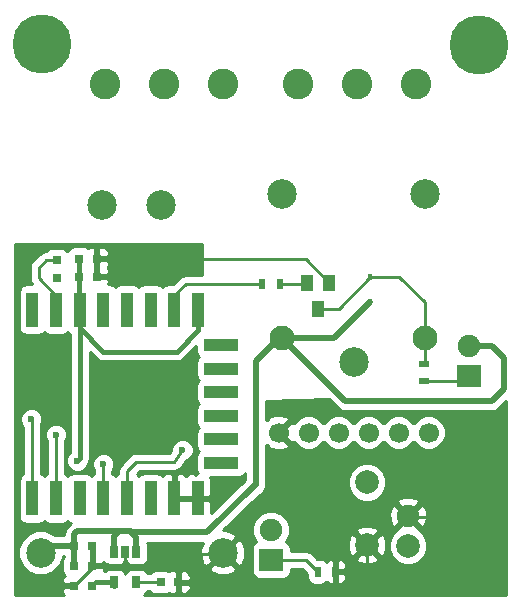
<source format=gbr>
G04 #@! TF.FileFunction,Copper,L2,Bot,Signal*
%FSLAX46Y46*%
G04 Gerber Fmt 4.6, Leading zero omitted, Abs format (unit mm)*
G04 Created by KiCad (PCBNEW 4.0.3-stable) date 05/03/17 00:29:37*
%MOMM*%
%LPD*%
G01*
G04 APERTURE LIST*
%ADD10C,0.152400*%
%ADD11R,0.800000X0.750000*%
%ADD12C,2.600000*%
%ADD13R,0.750000X0.800000*%
%ADD14R,2.000000X1.900000*%
%ADD15C,1.900000*%
%ADD16C,1.700000*%
%ADD17R,1.000000X1.400000*%
%ADD18R,0.900000X0.500000*%
%ADD19R,0.500000X0.900000*%
%ADD20C,2.100000*%
%ADD21C,2.500000*%
%ADD22R,0.690000X0.990000*%
%ADD23C,2.000000*%
%ADD24R,3.000000X1.000000*%
%ADD25R,1.000000X3.000000*%
%ADD26R,0.450000X0.600000*%
%ADD27C,5.000000*%
%ADD28C,0.600000*%
%ADD29C,0.500000*%
%ADD30C,0.250000*%
%ADD31C,0.400000*%
%ADD32C,0.254000*%
G04 APERTURE END LIST*
D10*
D11*
X107050000Y-96700000D03*
X108550000Y-96700000D03*
D12*
X119600000Y-57600000D03*
X114600000Y-57600000D03*
X109600000Y-57600000D03*
D11*
X107050000Y-98400000D03*
X108550000Y-98400000D03*
X108550000Y-100100000D03*
X107050000Y-100100000D03*
X114350000Y-99800000D03*
X115850000Y-99800000D03*
D13*
X105537000Y-72529000D03*
X105537000Y-74029000D03*
D11*
X107454000Y-73914000D03*
X108954000Y-73914000D03*
X107454000Y-72390000D03*
X108954000Y-72390000D03*
D14*
X140462000Y-82296000D03*
D15*
X140462000Y-79756000D03*
D14*
X123700000Y-97900000D03*
D15*
X123700000Y-95360000D03*
D12*
X126000000Y-57600000D03*
X131000000Y-57600000D03*
X136000000Y-57600000D03*
D16*
X124333000Y-87122000D03*
X126873000Y-87122000D03*
X129413000Y-87122000D03*
X131953000Y-87122000D03*
X134493000Y-87122000D03*
X137033000Y-87122000D03*
D17*
X126746000Y-74422000D03*
X128646000Y-74422000D03*
X127696000Y-76622000D03*
D18*
X136652000Y-82792000D03*
X136652000Y-81292000D03*
D19*
X124448000Y-74549000D03*
X122948000Y-74549000D03*
X127650000Y-98900000D03*
X129150000Y-98900000D03*
D20*
X124658000Y-79121000D03*
X136708000Y-79121000D03*
D21*
X130683000Y-81171000D03*
X124658000Y-66921000D03*
X136708000Y-66921000D03*
D22*
X110400000Y-97200000D03*
X111350000Y-97200000D03*
X112300000Y-97200000D03*
X112300000Y-99790000D03*
X110400000Y-99790000D03*
D23*
X131826000Y-96647000D03*
X131826000Y-91347000D03*
D24*
X119499000Y-79708000D03*
X119499000Y-81708000D03*
X119499000Y-83708000D03*
X119499000Y-85708000D03*
X119499000Y-87708000D03*
X119499000Y-89708000D03*
D25*
X117499000Y-92708000D03*
X115499000Y-92708000D03*
X113499000Y-92708000D03*
X111499000Y-92708000D03*
X109499000Y-92708000D03*
X107499000Y-92708000D03*
X105499000Y-92708000D03*
X103499000Y-92708000D03*
X117499000Y-76708000D03*
X115499000Y-76708000D03*
X113499000Y-76708000D03*
X111499000Y-76708000D03*
X109499000Y-76708000D03*
X107499000Y-76708000D03*
X105499000Y-76708000D03*
X103499000Y-76708000D03*
D23*
X135300000Y-96700000D03*
D15*
X135300000Y-94160000D03*
D21*
X114400000Y-67900000D03*
X109400000Y-67900000D03*
X119600000Y-97300000D03*
X104200000Y-97300000D03*
D26*
X132080000Y-73973000D03*
X132080000Y-76073000D03*
D27*
X104300000Y-54200000D03*
X141300000Y-54300000D03*
D28*
X111100000Y-72400000D03*
X138600000Y-99800000D03*
X140300000Y-92600000D03*
X115900000Y-97400000D03*
X104900000Y-100100000D03*
X108600000Y-98400000D03*
X125900000Y-92000000D03*
X107300000Y-89500000D03*
X108550000Y-100100000D03*
X105537000Y-74029000D03*
X109500000Y-89800000D03*
X105500000Y-87300000D03*
X103400000Y-86000000D03*
X116200000Y-88600000D03*
D29*
X140462000Y-79756000D02*
X142367000Y-79756000D01*
X142367000Y-84455000D02*
X129992000Y-84455000D01*
X129992000Y-84455000D02*
X124658000Y-79121000D01*
X143383000Y-83439000D02*
X142367000Y-84455000D01*
X143383000Y-80772000D02*
X143383000Y-83439000D01*
X142367000Y-79756000D02*
X143383000Y-80772000D01*
X107050000Y-98400000D02*
X107050000Y-96700000D01*
X107050000Y-96700000D02*
X107050000Y-95750000D01*
X107300000Y-95500000D02*
X110800000Y-95500000D01*
X107050000Y-95750000D02*
X107300000Y-95500000D01*
X107050000Y-96700000D02*
X104800000Y-96700000D01*
X104800000Y-96700000D02*
X104200000Y-97300000D01*
X111850000Y-95550000D02*
X118250000Y-95550000D01*
X122400000Y-81100000D02*
X122400000Y-91600000D01*
X124379000Y-79121000D02*
X122400000Y-81100000D01*
X118250000Y-95550000D02*
X122400000Y-91500000D01*
X122400000Y-91500000D02*
X122300000Y-91600000D01*
X122300000Y-91600000D02*
X122400000Y-91600000D01*
X124658000Y-79121000D02*
X124379000Y-79121000D01*
X110400000Y-97200000D02*
X110400000Y-95900000D01*
X110400000Y-95900000D02*
X110800000Y-95500000D01*
X112300000Y-96000000D02*
X112300000Y-97200000D01*
X111800000Y-95500000D02*
X111850000Y-95550000D01*
X110800000Y-95500000D02*
X111800000Y-95500000D01*
X111850000Y-95550000D02*
X112300000Y-96000000D01*
X104200000Y-97300000D02*
X104200000Y-97200000D01*
X124658000Y-79121000D02*
X129032000Y-79121000D01*
X129032000Y-79121000D02*
X132080000Y-76073000D01*
D30*
X140970000Y-79756000D02*
X140462000Y-79756000D01*
X111100000Y-72400000D02*
X126624000Y-72400000D01*
X111090000Y-72390000D02*
X111100000Y-72400000D01*
X108954000Y-72390000D02*
X111090000Y-72390000D01*
X126624000Y-72400000D02*
X128646000Y-74422000D01*
X131826000Y-96647000D02*
X131826000Y-98326000D01*
X138500000Y-99900000D02*
X138600000Y-99800000D01*
X133200000Y-99700000D02*
X138500000Y-99900000D01*
X131826000Y-98326000D02*
X133200000Y-99700000D01*
X135300000Y-94260000D02*
X138640000Y-94260000D01*
X138640000Y-94260000D02*
X140300000Y-92600000D01*
X108550000Y-98400000D02*
X111500000Y-98400000D01*
X111500000Y-98400000D02*
X111600000Y-98500000D01*
X108550000Y-98400000D02*
X108550000Y-98600000D01*
X108550000Y-98600000D02*
X107050000Y-100100000D01*
X115900000Y-97400000D02*
X119500000Y-97400000D01*
X111600000Y-98500000D02*
X114800000Y-98500000D01*
X114800000Y-98500000D02*
X115900000Y-97400000D01*
X119500000Y-97400000D02*
X119600000Y-97300000D01*
X108550000Y-98400000D02*
X108550000Y-96700000D01*
X111350000Y-97200000D02*
X111350000Y-98250000D01*
X111350000Y-98250000D02*
X111600000Y-98500000D01*
X115850000Y-97450000D02*
X115900000Y-97400000D01*
X115850000Y-97450000D02*
X115850000Y-99800000D01*
X107050000Y-100100000D02*
X104900000Y-100100000D01*
X108600000Y-98400000D02*
X108550000Y-98400000D01*
X108954000Y-73914000D02*
X108954000Y-72390000D01*
D31*
X107300000Y-89500000D02*
X107499000Y-89301000D01*
X107499000Y-76708000D02*
X107499000Y-89301000D01*
X110400000Y-99790000D02*
X110400000Y-100100000D01*
X110400000Y-99790000D02*
X108860000Y-99790000D01*
X107499000Y-76708000D02*
X107499000Y-78289000D01*
X107499000Y-78289000D02*
X109474000Y-80264000D01*
X109474000Y-80264000D02*
X109500000Y-80264000D01*
X117499000Y-78462000D02*
X117499000Y-76708000D01*
X114700000Y-80264000D02*
X115697000Y-80264000D01*
X109500000Y-80264000D02*
X114700000Y-80264000D01*
X115697000Y-80264000D02*
X117499000Y-78462000D01*
X107454000Y-73914000D02*
X107454000Y-76663000D01*
X107454000Y-76663000D02*
X107499000Y-76708000D01*
X107454000Y-73914000D02*
X107454000Y-72390000D01*
D30*
X107499000Y-73959000D02*
X107454000Y-73914000D01*
X105499000Y-76708000D02*
X105499000Y-75527000D01*
X105499000Y-75527000D02*
X104013000Y-74041000D01*
X104013000Y-74041000D02*
X104013000Y-73152000D01*
X104013000Y-73152000D02*
X104636000Y-72529000D01*
X104636000Y-72529000D02*
X105537000Y-72529000D01*
X105537000Y-74063000D02*
X105537000Y-74029000D01*
X132080000Y-73973000D02*
X134573000Y-73973000D01*
X136708000Y-76108000D02*
X136708000Y-79121000D01*
X134573000Y-73973000D02*
X136708000Y-76108000D01*
X127696000Y-76622000D02*
X129431000Y-76622000D01*
X129431000Y-76622000D02*
X132080000Y-73973000D01*
X136708000Y-79121000D02*
X136708000Y-81236000D01*
X136708000Y-81236000D02*
X136652000Y-81292000D01*
X136708000Y-78923000D02*
X136708000Y-79121000D01*
X135890000Y-79121000D02*
X136708000Y-79121000D01*
X136652000Y-82792000D02*
X139966000Y-82792000D01*
X139966000Y-82792000D02*
X140462000Y-82296000D01*
X123700000Y-97900000D02*
X126650000Y-97900000D01*
X126650000Y-97900000D02*
X127650000Y-98900000D01*
X109499000Y-92708000D02*
X109499000Y-89801000D01*
X109499000Y-89801000D02*
X109500000Y-89800000D01*
X105499000Y-87301000D02*
X105499000Y-92708000D01*
X105500000Y-87300000D02*
X105499000Y-87301000D01*
X105537000Y-92710000D02*
X105535000Y-92708000D01*
X105535000Y-92708000D02*
X105499000Y-92708000D01*
X103499000Y-86099000D02*
X103499000Y-92708000D01*
X103400000Y-86000000D02*
X103499000Y-86099000D01*
X124448000Y-74549000D02*
X126619000Y-74549000D01*
X126619000Y-74549000D02*
X126746000Y-74422000D01*
X111499000Y-90401000D02*
X111499000Y-92708000D01*
X112300000Y-89600000D02*
X111499000Y-90401000D01*
X115500000Y-89600000D02*
X112300000Y-89600000D01*
X116200000Y-88600000D02*
X115500000Y-89600000D01*
X115499000Y-76708000D02*
X115499000Y-75509000D01*
X115499000Y-75509000D02*
X116459000Y-74549000D01*
X116459000Y-74549000D02*
X122948000Y-74549000D01*
X112300000Y-99790000D02*
X114340000Y-99790000D01*
X114340000Y-99790000D02*
X114350000Y-99800000D01*
D32*
G36*
X129366208Y-85080787D02*
X129366210Y-85080790D01*
X129604486Y-85240000D01*
X129653325Y-85272633D01*
X129992000Y-85340001D01*
X129992005Y-85340000D01*
X142366995Y-85340000D01*
X142367000Y-85340001D01*
X142649484Y-85283810D01*
X142705675Y-85272633D01*
X142992790Y-85080790D01*
X142992791Y-85080789D01*
X143615000Y-84458579D01*
X143615000Y-100873000D01*
X112903879Y-100873000D01*
X113096441Y-100749090D01*
X113232473Y-100550000D01*
X113436722Y-100550000D01*
X113485910Y-100626441D01*
X113698110Y-100771431D01*
X113950000Y-100822440D01*
X114750000Y-100822440D01*
X114985317Y-100778162D01*
X115088646Y-100711671D01*
X115090302Y-100713327D01*
X115323691Y-100810000D01*
X115564250Y-100810000D01*
X115723000Y-100651250D01*
X115723000Y-99927000D01*
X115977000Y-99927000D01*
X115977000Y-100651250D01*
X116135750Y-100810000D01*
X116376309Y-100810000D01*
X116609698Y-100713327D01*
X116788327Y-100534699D01*
X116885000Y-100301310D01*
X116885000Y-100085750D01*
X116726250Y-99927000D01*
X115977000Y-99927000D01*
X115723000Y-99927000D01*
X115703000Y-99927000D01*
X115703000Y-99673000D01*
X115723000Y-99673000D01*
X115723000Y-98948750D01*
X115977000Y-98948750D01*
X115977000Y-99673000D01*
X116726250Y-99673000D01*
X116885000Y-99514250D01*
X116885000Y-99298690D01*
X116788327Y-99065301D01*
X116609698Y-98886673D01*
X116376309Y-98790000D01*
X116135750Y-98790000D01*
X115977000Y-98948750D01*
X115723000Y-98948750D01*
X115564250Y-98790000D01*
X115323691Y-98790000D01*
X115090302Y-98886673D01*
X115088932Y-98888043D01*
X115001890Y-98828569D01*
X114750000Y-98777560D01*
X113950000Y-98777560D01*
X113714683Y-98821838D01*
X113498559Y-98960910D01*
X113451352Y-99030000D01*
X113229062Y-99030000D01*
X113109090Y-98843559D01*
X112896890Y-98698569D01*
X112645000Y-98647560D01*
X111955000Y-98647560D01*
X111719683Y-98691838D01*
X111503559Y-98830910D01*
X111358569Y-99043110D01*
X111351558Y-99077731D01*
X111348162Y-99059683D01*
X111209090Y-98843559D01*
X110996890Y-98698569D01*
X110745000Y-98647560D01*
X110055000Y-98647560D01*
X109819683Y-98691838D01*
X109603559Y-98830910D01*
X109585000Y-98858072D01*
X109585000Y-98685750D01*
X109532570Y-98633320D01*
X118446285Y-98633320D01*
X118575533Y-98926123D01*
X119275806Y-99194388D01*
X120025435Y-99174250D01*
X120624467Y-98926123D01*
X120753715Y-98633320D01*
X119600000Y-97479605D01*
X118446285Y-98633320D01*
X109532570Y-98633320D01*
X109426250Y-98527000D01*
X108677000Y-98527000D01*
X108677000Y-98547000D01*
X108423000Y-98547000D01*
X108423000Y-98527000D01*
X108403000Y-98527000D01*
X108403000Y-98273000D01*
X108423000Y-98273000D01*
X108423000Y-96827000D01*
X108403000Y-96827000D01*
X108403000Y-96573000D01*
X108423000Y-96573000D01*
X108423000Y-96553000D01*
X108677000Y-96553000D01*
X108677000Y-96573000D01*
X108697000Y-96573000D01*
X108697000Y-96827000D01*
X108677000Y-96827000D01*
X108677000Y-98273000D01*
X109426250Y-98273000D01*
X109575992Y-98123258D01*
X109590910Y-98146441D01*
X109803110Y-98291431D01*
X110055000Y-98342440D01*
X110745000Y-98342440D01*
X110857582Y-98321256D01*
X110878691Y-98330000D01*
X111064250Y-98330000D01*
X111223000Y-98171250D01*
X111223000Y-98120220D01*
X111341431Y-97946890D01*
X111348442Y-97912269D01*
X111351838Y-97930317D01*
X111477000Y-98124824D01*
X111477000Y-98171250D01*
X111635750Y-98330000D01*
X111821309Y-98330000D01*
X111845036Y-98320172D01*
X111955000Y-98342440D01*
X112645000Y-98342440D01*
X112880317Y-98298162D01*
X113096441Y-98159090D01*
X113241431Y-97946890D01*
X113292440Y-97695000D01*
X113292440Y-96705000D01*
X113248162Y-96469683D01*
X113225844Y-96435000D01*
X117912787Y-96435000D01*
X117705612Y-96975806D01*
X117725750Y-97725435D01*
X117973877Y-98324467D01*
X118266680Y-98453715D01*
X119420395Y-97300000D01*
X119779605Y-97300000D01*
X120933320Y-98453715D01*
X121226123Y-98324467D01*
X121494388Y-97624194D01*
X121476277Y-96950000D01*
X122052560Y-96950000D01*
X122052560Y-98850000D01*
X122096838Y-99085317D01*
X122235910Y-99301441D01*
X122448110Y-99446431D01*
X122700000Y-99497440D01*
X124700000Y-99497440D01*
X124935317Y-99453162D01*
X125151441Y-99314090D01*
X125296431Y-99101890D01*
X125347440Y-98850000D01*
X125347440Y-98660000D01*
X126335198Y-98660000D01*
X126752560Y-99077362D01*
X126752560Y-99350000D01*
X126796838Y-99585317D01*
X126935910Y-99801441D01*
X127148110Y-99946431D01*
X127400000Y-99997440D01*
X127900000Y-99997440D01*
X128135317Y-99953162D01*
X128351441Y-99814090D01*
X128397969Y-99745994D01*
X128540302Y-99888327D01*
X128773691Y-99985000D01*
X128866250Y-99985000D01*
X129025000Y-99826250D01*
X129025000Y-99027000D01*
X129275000Y-99027000D01*
X129275000Y-99826250D01*
X129433750Y-99985000D01*
X129526309Y-99985000D01*
X129759698Y-99888327D01*
X129938327Y-99709699D01*
X130035000Y-99476310D01*
X130035000Y-99185750D01*
X129876250Y-99027000D01*
X129275000Y-99027000D01*
X129025000Y-99027000D01*
X129003000Y-99027000D01*
X129003000Y-98773000D01*
X129025000Y-98773000D01*
X129025000Y-97973750D01*
X129275000Y-97973750D01*
X129275000Y-98773000D01*
X129876250Y-98773000D01*
X130035000Y-98614250D01*
X130035000Y-98323690D01*
X129938327Y-98090301D01*
X129759698Y-97911673D01*
X129526309Y-97815000D01*
X129433750Y-97815000D01*
X129275000Y-97973750D01*
X129025000Y-97973750D01*
X128866250Y-97815000D01*
X128773691Y-97815000D01*
X128540302Y-97911673D01*
X128399064Y-98052910D01*
X128364090Y-97998559D01*
X128151890Y-97853569D01*
X127900000Y-97802560D01*
X127627362Y-97802560D01*
X127624334Y-97799532D01*
X130853073Y-97799532D01*
X130951736Y-98066387D01*
X131561461Y-98292908D01*
X132211460Y-98268856D01*
X132700264Y-98066387D01*
X132798927Y-97799532D01*
X131826000Y-96826605D01*
X130853073Y-97799532D01*
X127624334Y-97799532D01*
X127187401Y-97362599D01*
X126940839Y-97197852D01*
X126650000Y-97140000D01*
X125347440Y-97140000D01*
X125347440Y-96950000D01*
X125303162Y-96714683D01*
X125164090Y-96498559D01*
X124994175Y-96382461D01*
X130180092Y-96382461D01*
X130204144Y-97032460D01*
X130406613Y-97521264D01*
X130673468Y-97619927D01*
X131646395Y-96647000D01*
X132005605Y-96647000D01*
X132978532Y-97619927D01*
X133245387Y-97521264D01*
X133430203Y-97023795D01*
X133664716Y-97023795D01*
X133913106Y-97624943D01*
X134372637Y-98085278D01*
X134973352Y-98334716D01*
X135623795Y-98335284D01*
X136224943Y-98086894D01*
X136685278Y-97627363D01*
X136934716Y-97026648D01*
X136935284Y-96376205D01*
X136686894Y-95775057D01*
X136227363Y-95314722D01*
X136223711Y-95313206D01*
X136236745Y-95276350D01*
X135300000Y-94339605D01*
X134363255Y-95276350D01*
X134376101Y-95312675D01*
X134375057Y-95313106D01*
X133914722Y-95772637D01*
X133665284Y-96373352D01*
X133664716Y-97023795D01*
X133430203Y-97023795D01*
X133471908Y-96911539D01*
X133447856Y-96261540D01*
X133245387Y-95772736D01*
X132978532Y-95674073D01*
X132005605Y-96647000D01*
X131646395Y-96647000D01*
X130673468Y-95674073D01*
X130406613Y-95772736D01*
X130180092Y-96382461D01*
X124994175Y-96382461D01*
X124951890Y-96353569D01*
X124948808Y-96352945D01*
X125042914Y-96259003D01*
X125284724Y-95676659D01*
X125284883Y-95494468D01*
X130853073Y-95494468D01*
X131826000Y-96467395D01*
X132798927Y-95494468D01*
X132700264Y-95227613D01*
X132090539Y-95001092D01*
X131440540Y-95025144D01*
X130951736Y-95227613D01*
X130853073Y-95494468D01*
X125284883Y-95494468D01*
X125285275Y-95046107D01*
X125044481Y-94463343D01*
X124599003Y-94017086D01*
X124334845Y-93907398D01*
X133703812Y-93907398D01*
X133728648Y-94537461D01*
X133921981Y-95004208D01*
X134183650Y-95096745D01*
X135120395Y-94160000D01*
X135479605Y-94160000D01*
X136416350Y-95096745D01*
X136678019Y-95004208D01*
X136896188Y-94412602D01*
X136871352Y-93782539D01*
X136678019Y-93315792D01*
X136416350Y-93223255D01*
X135479605Y-94160000D01*
X135120395Y-94160000D01*
X134183650Y-93223255D01*
X133921981Y-93315792D01*
X133703812Y-93907398D01*
X124334845Y-93907398D01*
X124016659Y-93775276D01*
X123386107Y-93774725D01*
X122803343Y-94015519D01*
X122357086Y-94460997D01*
X122115276Y-95043341D01*
X122114725Y-95673893D01*
X122355519Y-96256657D01*
X122453029Y-96354337D01*
X122248559Y-96485910D01*
X122103569Y-96698110D01*
X122052560Y-96950000D01*
X121476277Y-96950000D01*
X121474250Y-96874565D01*
X121226123Y-96275533D01*
X120933320Y-96146285D01*
X119779605Y-97300000D01*
X119420395Y-97300000D01*
X119406253Y-97285858D01*
X119585858Y-97106253D01*
X119600000Y-97120395D01*
X120753715Y-95966680D01*
X120624467Y-95673877D01*
X119924194Y-95405612D01*
X119657743Y-95412770D01*
X122085359Y-93043650D01*
X134363255Y-93043650D01*
X135300000Y-93980395D01*
X136236745Y-93043650D01*
X136144208Y-92781981D01*
X135552602Y-92563812D01*
X134922539Y-92588648D01*
X134455792Y-92781981D01*
X134363255Y-93043650D01*
X122085359Y-93043650D01*
X122723803Y-92420591D01*
X122738675Y-92417633D01*
X123025790Y-92225790D01*
X123217633Y-91938675D01*
X123270917Y-91670795D01*
X130190716Y-91670795D01*
X130439106Y-92271943D01*
X130898637Y-92732278D01*
X131499352Y-92981716D01*
X132149795Y-92982284D01*
X132750943Y-92733894D01*
X133211278Y-92274363D01*
X133460716Y-91673648D01*
X133461284Y-91023205D01*
X133212894Y-90422057D01*
X132753363Y-89961722D01*
X132152648Y-89712284D01*
X131502205Y-89711716D01*
X130901057Y-89960106D01*
X130440722Y-90419637D01*
X130191284Y-91020352D01*
X130190716Y-91670795D01*
X123270917Y-91670795D01*
X123285000Y-91600000D01*
X123285000Y-88211732D01*
X123353938Y-88280670D01*
X123468648Y-88165960D01*
X123548920Y-88417259D01*
X124104279Y-88618718D01*
X124694458Y-88592315D01*
X125117080Y-88417259D01*
X125197353Y-88165958D01*
X124333000Y-87301605D01*
X124318858Y-87315748D01*
X124139253Y-87136143D01*
X124153395Y-87122000D01*
X124512605Y-87122000D01*
X125376958Y-87986353D01*
X125594640Y-87916819D01*
X125613344Y-87962086D01*
X126030717Y-88380188D01*
X126576319Y-88606742D01*
X127167089Y-88607257D01*
X127713086Y-88381656D01*
X128131188Y-87964283D01*
X128142748Y-87936443D01*
X128153344Y-87962086D01*
X128570717Y-88380188D01*
X129116319Y-88606742D01*
X129707089Y-88607257D01*
X130253086Y-88381656D01*
X130671188Y-87964283D01*
X130682748Y-87936443D01*
X130693344Y-87962086D01*
X131110717Y-88380188D01*
X131656319Y-88606742D01*
X132247089Y-88607257D01*
X132793086Y-88381656D01*
X133211188Y-87964283D01*
X133222748Y-87936443D01*
X133233344Y-87962086D01*
X133650717Y-88380188D01*
X134196319Y-88606742D01*
X134787089Y-88607257D01*
X135333086Y-88381656D01*
X135751188Y-87964283D01*
X135762748Y-87936443D01*
X135773344Y-87962086D01*
X136190717Y-88380188D01*
X136736319Y-88606742D01*
X137327089Y-88607257D01*
X137873086Y-88381656D01*
X138291188Y-87964283D01*
X138517742Y-87418681D01*
X138518257Y-86827911D01*
X138292656Y-86281914D01*
X137875283Y-85863812D01*
X137329681Y-85637258D01*
X136738911Y-85636743D01*
X136192914Y-85862344D01*
X135774812Y-86279717D01*
X135763252Y-86307557D01*
X135752656Y-86281914D01*
X135335283Y-85863812D01*
X134789681Y-85637258D01*
X134198911Y-85636743D01*
X133652914Y-85862344D01*
X133234812Y-86279717D01*
X133223252Y-86307557D01*
X133212656Y-86281914D01*
X132795283Y-85863812D01*
X132249681Y-85637258D01*
X131658911Y-85636743D01*
X131112914Y-85862344D01*
X130694812Y-86279717D01*
X130683252Y-86307557D01*
X130672656Y-86281914D01*
X130255283Y-85863812D01*
X129709681Y-85637258D01*
X129118911Y-85636743D01*
X128572914Y-85862344D01*
X128154812Y-86279717D01*
X128143252Y-86307557D01*
X128132656Y-86281914D01*
X127715283Y-85863812D01*
X127169681Y-85637258D01*
X126578911Y-85636743D01*
X126032914Y-85862344D01*
X125614812Y-86279717D01*
X125595049Y-86327312D01*
X125376958Y-86257647D01*
X124512605Y-87122000D01*
X124153395Y-87122000D01*
X124139253Y-87107858D01*
X124318858Y-86928253D01*
X124333000Y-86942395D01*
X125197353Y-86078042D01*
X125117080Y-85826741D01*
X124561721Y-85625282D01*
X123971542Y-85651685D01*
X123548920Y-85826741D01*
X123468648Y-86078040D01*
X123353938Y-85963330D01*
X123285000Y-86032268D01*
X123285000Y-84459825D01*
X128580781Y-84295360D01*
X129366208Y-85080787D01*
X129366208Y-85080787D01*
G37*
X129366208Y-85080787D02*
X129366210Y-85080790D01*
X129604486Y-85240000D01*
X129653325Y-85272633D01*
X129992000Y-85340001D01*
X129992005Y-85340000D01*
X142366995Y-85340000D01*
X142367000Y-85340001D01*
X142649484Y-85283810D01*
X142705675Y-85272633D01*
X142992790Y-85080790D01*
X142992791Y-85080789D01*
X143615000Y-84458579D01*
X143615000Y-100873000D01*
X112903879Y-100873000D01*
X113096441Y-100749090D01*
X113232473Y-100550000D01*
X113436722Y-100550000D01*
X113485910Y-100626441D01*
X113698110Y-100771431D01*
X113950000Y-100822440D01*
X114750000Y-100822440D01*
X114985317Y-100778162D01*
X115088646Y-100711671D01*
X115090302Y-100713327D01*
X115323691Y-100810000D01*
X115564250Y-100810000D01*
X115723000Y-100651250D01*
X115723000Y-99927000D01*
X115977000Y-99927000D01*
X115977000Y-100651250D01*
X116135750Y-100810000D01*
X116376309Y-100810000D01*
X116609698Y-100713327D01*
X116788327Y-100534699D01*
X116885000Y-100301310D01*
X116885000Y-100085750D01*
X116726250Y-99927000D01*
X115977000Y-99927000D01*
X115723000Y-99927000D01*
X115703000Y-99927000D01*
X115703000Y-99673000D01*
X115723000Y-99673000D01*
X115723000Y-98948750D01*
X115977000Y-98948750D01*
X115977000Y-99673000D01*
X116726250Y-99673000D01*
X116885000Y-99514250D01*
X116885000Y-99298690D01*
X116788327Y-99065301D01*
X116609698Y-98886673D01*
X116376309Y-98790000D01*
X116135750Y-98790000D01*
X115977000Y-98948750D01*
X115723000Y-98948750D01*
X115564250Y-98790000D01*
X115323691Y-98790000D01*
X115090302Y-98886673D01*
X115088932Y-98888043D01*
X115001890Y-98828569D01*
X114750000Y-98777560D01*
X113950000Y-98777560D01*
X113714683Y-98821838D01*
X113498559Y-98960910D01*
X113451352Y-99030000D01*
X113229062Y-99030000D01*
X113109090Y-98843559D01*
X112896890Y-98698569D01*
X112645000Y-98647560D01*
X111955000Y-98647560D01*
X111719683Y-98691838D01*
X111503559Y-98830910D01*
X111358569Y-99043110D01*
X111351558Y-99077731D01*
X111348162Y-99059683D01*
X111209090Y-98843559D01*
X110996890Y-98698569D01*
X110745000Y-98647560D01*
X110055000Y-98647560D01*
X109819683Y-98691838D01*
X109603559Y-98830910D01*
X109585000Y-98858072D01*
X109585000Y-98685750D01*
X109532570Y-98633320D01*
X118446285Y-98633320D01*
X118575533Y-98926123D01*
X119275806Y-99194388D01*
X120025435Y-99174250D01*
X120624467Y-98926123D01*
X120753715Y-98633320D01*
X119600000Y-97479605D01*
X118446285Y-98633320D01*
X109532570Y-98633320D01*
X109426250Y-98527000D01*
X108677000Y-98527000D01*
X108677000Y-98547000D01*
X108423000Y-98547000D01*
X108423000Y-98527000D01*
X108403000Y-98527000D01*
X108403000Y-98273000D01*
X108423000Y-98273000D01*
X108423000Y-96827000D01*
X108403000Y-96827000D01*
X108403000Y-96573000D01*
X108423000Y-96573000D01*
X108423000Y-96553000D01*
X108677000Y-96553000D01*
X108677000Y-96573000D01*
X108697000Y-96573000D01*
X108697000Y-96827000D01*
X108677000Y-96827000D01*
X108677000Y-98273000D01*
X109426250Y-98273000D01*
X109575992Y-98123258D01*
X109590910Y-98146441D01*
X109803110Y-98291431D01*
X110055000Y-98342440D01*
X110745000Y-98342440D01*
X110857582Y-98321256D01*
X110878691Y-98330000D01*
X111064250Y-98330000D01*
X111223000Y-98171250D01*
X111223000Y-98120220D01*
X111341431Y-97946890D01*
X111348442Y-97912269D01*
X111351838Y-97930317D01*
X111477000Y-98124824D01*
X111477000Y-98171250D01*
X111635750Y-98330000D01*
X111821309Y-98330000D01*
X111845036Y-98320172D01*
X111955000Y-98342440D01*
X112645000Y-98342440D01*
X112880317Y-98298162D01*
X113096441Y-98159090D01*
X113241431Y-97946890D01*
X113292440Y-97695000D01*
X113292440Y-96705000D01*
X113248162Y-96469683D01*
X113225844Y-96435000D01*
X117912787Y-96435000D01*
X117705612Y-96975806D01*
X117725750Y-97725435D01*
X117973877Y-98324467D01*
X118266680Y-98453715D01*
X119420395Y-97300000D01*
X119779605Y-97300000D01*
X120933320Y-98453715D01*
X121226123Y-98324467D01*
X121494388Y-97624194D01*
X121476277Y-96950000D01*
X122052560Y-96950000D01*
X122052560Y-98850000D01*
X122096838Y-99085317D01*
X122235910Y-99301441D01*
X122448110Y-99446431D01*
X122700000Y-99497440D01*
X124700000Y-99497440D01*
X124935317Y-99453162D01*
X125151441Y-99314090D01*
X125296431Y-99101890D01*
X125347440Y-98850000D01*
X125347440Y-98660000D01*
X126335198Y-98660000D01*
X126752560Y-99077362D01*
X126752560Y-99350000D01*
X126796838Y-99585317D01*
X126935910Y-99801441D01*
X127148110Y-99946431D01*
X127400000Y-99997440D01*
X127900000Y-99997440D01*
X128135317Y-99953162D01*
X128351441Y-99814090D01*
X128397969Y-99745994D01*
X128540302Y-99888327D01*
X128773691Y-99985000D01*
X128866250Y-99985000D01*
X129025000Y-99826250D01*
X129025000Y-99027000D01*
X129275000Y-99027000D01*
X129275000Y-99826250D01*
X129433750Y-99985000D01*
X129526309Y-99985000D01*
X129759698Y-99888327D01*
X129938327Y-99709699D01*
X130035000Y-99476310D01*
X130035000Y-99185750D01*
X129876250Y-99027000D01*
X129275000Y-99027000D01*
X129025000Y-99027000D01*
X129003000Y-99027000D01*
X129003000Y-98773000D01*
X129025000Y-98773000D01*
X129025000Y-97973750D01*
X129275000Y-97973750D01*
X129275000Y-98773000D01*
X129876250Y-98773000D01*
X130035000Y-98614250D01*
X130035000Y-98323690D01*
X129938327Y-98090301D01*
X129759698Y-97911673D01*
X129526309Y-97815000D01*
X129433750Y-97815000D01*
X129275000Y-97973750D01*
X129025000Y-97973750D01*
X128866250Y-97815000D01*
X128773691Y-97815000D01*
X128540302Y-97911673D01*
X128399064Y-98052910D01*
X128364090Y-97998559D01*
X128151890Y-97853569D01*
X127900000Y-97802560D01*
X127627362Y-97802560D01*
X127624334Y-97799532D01*
X130853073Y-97799532D01*
X130951736Y-98066387D01*
X131561461Y-98292908D01*
X132211460Y-98268856D01*
X132700264Y-98066387D01*
X132798927Y-97799532D01*
X131826000Y-96826605D01*
X130853073Y-97799532D01*
X127624334Y-97799532D01*
X127187401Y-97362599D01*
X126940839Y-97197852D01*
X126650000Y-97140000D01*
X125347440Y-97140000D01*
X125347440Y-96950000D01*
X125303162Y-96714683D01*
X125164090Y-96498559D01*
X124994175Y-96382461D01*
X130180092Y-96382461D01*
X130204144Y-97032460D01*
X130406613Y-97521264D01*
X130673468Y-97619927D01*
X131646395Y-96647000D01*
X132005605Y-96647000D01*
X132978532Y-97619927D01*
X133245387Y-97521264D01*
X133430203Y-97023795D01*
X133664716Y-97023795D01*
X133913106Y-97624943D01*
X134372637Y-98085278D01*
X134973352Y-98334716D01*
X135623795Y-98335284D01*
X136224943Y-98086894D01*
X136685278Y-97627363D01*
X136934716Y-97026648D01*
X136935284Y-96376205D01*
X136686894Y-95775057D01*
X136227363Y-95314722D01*
X136223711Y-95313206D01*
X136236745Y-95276350D01*
X135300000Y-94339605D01*
X134363255Y-95276350D01*
X134376101Y-95312675D01*
X134375057Y-95313106D01*
X133914722Y-95772637D01*
X133665284Y-96373352D01*
X133664716Y-97023795D01*
X133430203Y-97023795D01*
X133471908Y-96911539D01*
X133447856Y-96261540D01*
X133245387Y-95772736D01*
X132978532Y-95674073D01*
X132005605Y-96647000D01*
X131646395Y-96647000D01*
X130673468Y-95674073D01*
X130406613Y-95772736D01*
X130180092Y-96382461D01*
X124994175Y-96382461D01*
X124951890Y-96353569D01*
X124948808Y-96352945D01*
X125042914Y-96259003D01*
X125284724Y-95676659D01*
X125284883Y-95494468D01*
X130853073Y-95494468D01*
X131826000Y-96467395D01*
X132798927Y-95494468D01*
X132700264Y-95227613D01*
X132090539Y-95001092D01*
X131440540Y-95025144D01*
X130951736Y-95227613D01*
X130853073Y-95494468D01*
X125284883Y-95494468D01*
X125285275Y-95046107D01*
X125044481Y-94463343D01*
X124599003Y-94017086D01*
X124334845Y-93907398D01*
X133703812Y-93907398D01*
X133728648Y-94537461D01*
X133921981Y-95004208D01*
X134183650Y-95096745D01*
X135120395Y-94160000D01*
X135479605Y-94160000D01*
X136416350Y-95096745D01*
X136678019Y-95004208D01*
X136896188Y-94412602D01*
X136871352Y-93782539D01*
X136678019Y-93315792D01*
X136416350Y-93223255D01*
X135479605Y-94160000D01*
X135120395Y-94160000D01*
X134183650Y-93223255D01*
X133921981Y-93315792D01*
X133703812Y-93907398D01*
X124334845Y-93907398D01*
X124016659Y-93775276D01*
X123386107Y-93774725D01*
X122803343Y-94015519D01*
X122357086Y-94460997D01*
X122115276Y-95043341D01*
X122114725Y-95673893D01*
X122355519Y-96256657D01*
X122453029Y-96354337D01*
X122248559Y-96485910D01*
X122103569Y-96698110D01*
X122052560Y-96950000D01*
X121476277Y-96950000D01*
X121474250Y-96874565D01*
X121226123Y-96275533D01*
X120933320Y-96146285D01*
X119779605Y-97300000D01*
X119420395Y-97300000D01*
X119406253Y-97285858D01*
X119585858Y-97106253D01*
X119600000Y-97120395D01*
X120753715Y-95966680D01*
X120624467Y-95673877D01*
X119924194Y-95405612D01*
X119657743Y-95412770D01*
X122085359Y-93043650D01*
X134363255Y-93043650D01*
X135300000Y-93980395D01*
X136236745Y-93043650D01*
X136144208Y-92781981D01*
X135552602Y-92563812D01*
X134922539Y-92588648D01*
X134455792Y-92781981D01*
X134363255Y-93043650D01*
X122085359Y-93043650D01*
X122723803Y-92420591D01*
X122738675Y-92417633D01*
X123025790Y-92225790D01*
X123217633Y-91938675D01*
X123270917Y-91670795D01*
X130190716Y-91670795D01*
X130439106Y-92271943D01*
X130898637Y-92732278D01*
X131499352Y-92981716D01*
X132149795Y-92982284D01*
X132750943Y-92733894D01*
X133211278Y-92274363D01*
X133460716Y-91673648D01*
X133461284Y-91023205D01*
X133212894Y-90422057D01*
X132753363Y-89961722D01*
X132152648Y-89712284D01*
X131502205Y-89711716D01*
X130901057Y-89960106D01*
X130440722Y-90419637D01*
X130191284Y-91020352D01*
X130190716Y-91670795D01*
X123270917Y-91670795D01*
X123285000Y-91600000D01*
X123285000Y-88211732D01*
X123353938Y-88280670D01*
X123468648Y-88165960D01*
X123548920Y-88417259D01*
X124104279Y-88618718D01*
X124694458Y-88592315D01*
X125117080Y-88417259D01*
X125197353Y-88165958D01*
X124333000Y-87301605D01*
X124318858Y-87315748D01*
X124139253Y-87136143D01*
X124153395Y-87122000D01*
X124512605Y-87122000D01*
X125376958Y-87986353D01*
X125594640Y-87916819D01*
X125613344Y-87962086D01*
X126030717Y-88380188D01*
X126576319Y-88606742D01*
X127167089Y-88607257D01*
X127713086Y-88381656D01*
X128131188Y-87964283D01*
X128142748Y-87936443D01*
X128153344Y-87962086D01*
X128570717Y-88380188D01*
X129116319Y-88606742D01*
X129707089Y-88607257D01*
X130253086Y-88381656D01*
X130671188Y-87964283D01*
X130682748Y-87936443D01*
X130693344Y-87962086D01*
X131110717Y-88380188D01*
X131656319Y-88606742D01*
X132247089Y-88607257D01*
X132793086Y-88381656D01*
X133211188Y-87964283D01*
X133222748Y-87936443D01*
X133233344Y-87962086D01*
X133650717Y-88380188D01*
X134196319Y-88606742D01*
X134787089Y-88607257D01*
X135333086Y-88381656D01*
X135751188Y-87964283D01*
X135762748Y-87936443D01*
X135773344Y-87962086D01*
X136190717Y-88380188D01*
X136736319Y-88606742D01*
X137327089Y-88607257D01*
X137873086Y-88381656D01*
X138291188Y-87964283D01*
X138517742Y-87418681D01*
X138518257Y-86827911D01*
X138292656Y-86281914D01*
X137875283Y-85863812D01*
X137329681Y-85637258D01*
X136738911Y-85636743D01*
X136192914Y-85862344D01*
X135774812Y-86279717D01*
X135763252Y-86307557D01*
X135752656Y-86281914D01*
X135335283Y-85863812D01*
X134789681Y-85637258D01*
X134198911Y-85636743D01*
X133652914Y-85862344D01*
X133234812Y-86279717D01*
X133223252Y-86307557D01*
X133212656Y-86281914D01*
X132795283Y-85863812D01*
X132249681Y-85637258D01*
X131658911Y-85636743D01*
X131112914Y-85862344D01*
X130694812Y-86279717D01*
X130683252Y-86307557D01*
X130672656Y-86281914D01*
X130255283Y-85863812D01*
X129709681Y-85637258D01*
X129118911Y-85636743D01*
X128572914Y-85862344D01*
X128154812Y-86279717D01*
X128143252Y-86307557D01*
X128132656Y-86281914D01*
X127715283Y-85863812D01*
X127169681Y-85637258D01*
X126578911Y-85636743D01*
X126032914Y-85862344D01*
X125614812Y-86279717D01*
X125595049Y-86327312D01*
X125376958Y-86257647D01*
X124512605Y-87122000D01*
X124153395Y-87122000D01*
X124139253Y-87107858D01*
X124318858Y-86928253D01*
X124333000Y-86942395D01*
X125197353Y-86078042D01*
X125117080Y-85826741D01*
X124561721Y-85625282D01*
X123971542Y-85651685D01*
X123548920Y-85826741D01*
X123468648Y-86078040D01*
X123353938Y-85963330D01*
X123285000Y-86032268D01*
X123285000Y-84459825D01*
X128580781Y-84295360D01*
X129366208Y-85080787D01*
G36*
X117873000Y-73789000D02*
X116459000Y-73789000D01*
X116168161Y-73846852D01*
X115921599Y-74011599D01*
X115372638Y-74560560D01*
X114999000Y-74560560D01*
X114763683Y-74604838D01*
X114547559Y-74743910D01*
X114499866Y-74813711D01*
X114463090Y-74756559D01*
X114250890Y-74611569D01*
X113999000Y-74560560D01*
X112999000Y-74560560D01*
X112763683Y-74604838D01*
X112547559Y-74743910D01*
X112499866Y-74813711D01*
X112463090Y-74756559D01*
X112250890Y-74611569D01*
X111999000Y-74560560D01*
X110999000Y-74560560D01*
X110763683Y-74604838D01*
X110547559Y-74743910D01*
X110499866Y-74813711D01*
X110463090Y-74756559D01*
X110250890Y-74611569D01*
X109999000Y-74560560D01*
X109928835Y-74560560D01*
X109989000Y-74415310D01*
X109989000Y-74199750D01*
X109830250Y-74041000D01*
X109081000Y-74041000D01*
X109081000Y-74061000D01*
X108827000Y-74061000D01*
X108827000Y-74041000D01*
X108807000Y-74041000D01*
X108807000Y-73787000D01*
X108827000Y-73787000D01*
X108827000Y-72517000D01*
X109081000Y-72517000D01*
X109081000Y-73787000D01*
X109830250Y-73787000D01*
X109989000Y-73628250D01*
X109989000Y-73412690D01*
X109892327Y-73179301D01*
X109865026Y-73152000D01*
X109892327Y-73124699D01*
X109989000Y-72891310D01*
X109989000Y-72675750D01*
X109830250Y-72517000D01*
X109081000Y-72517000D01*
X108827000Y-72517000D01*
X108807000Y-72517000D01*
X108807000Y-72263000D01*
X108827000Y-72263000D01*
X108827000Y-71538750D01*
X109081000Y-71538750D01*
X109081000Y-72263000D01*
X109830250Y-72263000D01*
X109989000Y-72104250D01*
X109989000Y-71888690D01*
X109892327Y-71655301D01*
X109713698Y-71476673D01*
X109480309Y-71380000D01*
X109239750Y-71380000D01*
X109081000Y-71538750D01*
X108827000Y-71538750D01*
X108668250Y-71380000D01*
X108427691Y-71380000D01*
X108194302Y-71476673D01*
X108192932Y-71478043D01*
X108105890Y-71418569D01*
X107854000Y-71367560D01*
X107054000Y-71367560D01*
X106818683Y-71411838D01*
X106602559Y-71550910D01*
X106457569Y-71763110D01*
X106451243Y-71794350D01*
X106376090Y-71677559D01*
X106163890Y-71532569D01*
X105912000Y-71481560D01*
X105162000Y-71481560D01*
X104926683Y-71525838D01*
X104710559Y-71664910D01*
X104639437Y-71769000D01*
X104636000Y-71769000D01*
X104345161Y-71826852D01*
X104098599Y-71991599D01*
X103475599Y-72614599D01*
X103310852Y-72861161D01*
X103253000Y-73152000D01*
X103253000Y-74041000D01*
X103310852Y-74331839D01*
X103463678Y-74560560D01*
X102999000Y-74560560D01*
X102763683Y-74604838D01*
X102547559Y-74743910D01*
X102402569Y-74956110D01*
X102351560Y-75208000D01*
X102351560Y-78208000D01*
X102395838Y-78443317D01*
X102534910Y-78659441D01*
X102747110Y-78804431D01*
X102999000Y-78855440D01*
X103999000Y-78855440D01*
X104234317Y-78811162D01*
X104450441Y-78672090D01*
X104498134Y-78602289D01*
X104534910Y-78659441D01*
X104747110Y-78804431D01*
X104999000Y-78855440D01*
X105999000Y-78855440D01*
X106234317Y-78811162D01*
X106450441Y-78672090D01*
X106498134Y-78602289D01*
X106534910Y-78659441D01*
X106664000Y-78747644D01*
X106664000Y-88813753D01*
X106507808Y-88969673D01*
X106365162Y-89313201D01*
X106364838Y-89685167D01*
X106506883Y-90028943D01*
X106769673Y-90292192D01*
X107113201Y-90434838D01*
X107485167Y-90435162D01*
X107828943Y-90293117D01*
X108092192Y-90030327D01*
X108234838Y-89686799D01*
X108234849Y-89673805D01*
X108270439Y-89620541D01*
X108334000Y-89301000D01*
X108334000Y-80304868D01*
X108883566Y-80854434D01*
X109154460Y-81035440D01*
X109474000Y-81099000D01*
X115697000Y-81099000D01*
X116016541Y-81035439D01*
X116287434Y-80854434D01*
X117351560Y-79790308D01*
X117351560Y-80208000D01*
X117395838Y-80443317D01*
X117534910Y-80659441D01*
X117604711Y-80707134D01*
X117547559Y-80743910D01*
X117402569Y-80956110D01*
X117351560Y-81208000D01*
X117351560Y-82208000D01*
X117395838Y-82443317D01*
X117534910Y-82659441D01*
X117604711Y-82707134D01*
X117547559Y-82743910D01*
X117402569Y-82956110D01*
X117351560Y-83208000D01*
X117351560Y-84208000D01*
X117395838Y-84443317D01*
X117534910Y-84659441D01*
X117604711Y-84707134D01*
X117547559Y-84743910D01*
X117402569Y-84956110D01*
X117351560Y-85208000D01*
X117351560Y-86208000D01*
X117395838Y-86443317D01*
X117534910Y-86659441D01*
X117604711Y-86707134D01*
X117547559Y-86743910D01*
X117402569Y-86956110D01*
X117351560Y-87208000D01*
X117351560Y-88208000D01*
X117395838Y-88443317D01*
X117534910Y-88659441D01*
X117604711Y-88707134D01*
X117547559Y-88743910D01*
X117402569Y-88956110D01*
X117351560Y-89208000D01*
X117351560Y-90208000D01*
X117395838Y-90443317D01*
X117479287Y-90573000D01*
X117371998Y-90573000D01*
X117371998Y-90731748D01*
X117213250Y-90573000D01*
X116872690Y-90573000D01*
X116639301Y-90669673D01*
X116499000Y-90809975D01*
X116358699Y-90669673D01*
X116125310Y-90573000D01*
X115784750Y-90573000D01*
X115626000Y-90731750D01*
X115626000Y-92581000D01*
X116475250Y-92581000D01*
X116499000Y-92557250D01*
X116522750Y-92581000D01*
X117372000Y-92581000D01*
X117372000Y-92561000D01*
X117626000Y-92561000D01*
X117626000Y-92581000D01*
X118475250Y-92581000D01*
X118634000Y-92422250D01*
X118634000Y-91081691D01*
X118540284Y-90855440D01*
X120999000Y-90855440D01*
X121234317Y-90811162D01*
X121450441Y-90672090D01*
X121515000Y-90577605D01*
X121515000Y-91127083D01*
X118634000Y-93938661D01*
X118634000Y-92993750D01*
X118475250Y-92835000D01*
X117626000Y-92835000D01*
X117626000Y-92855000D01*
X117372000Y-92855000D01*
X117372000Y-92835000D01*
X116522750Y-92835000D01*
X116499000Y-92858750D01*
X116475250Y-92835000D01*
X115626000Y-92835000D01*
X115626000Y-92855000D01*
X115372000Y-92855000D01*
X115372000Y-92835000D01*
X115352000Y-92835000D01*
X115352000Y-92581000D01*
X115372000Y-92581000D01*
X115372000Y-90731750D01*
X115213250Y-90573000D01*
X114872690Y-90573000D01*
X114639301Y-90669673D01*
X114498064Y-90810911D01*
X114463090Y-90756559D01*
X114250890Y-90611569D01*
X113999000Y-90560560D01*
X112999000Y-90560560D01*
X112763683Y-90604838D01*
X112547559Y-90743910D01*
X112499866Y-90813711D01*
X112463090Y-90756559D01*
X112317631Y-90657171D01*
X112614802Y-90360000D01*
X115500000Y-90360000D01*
X115565408Y-90346989D01*
X115632077Y-90348435D01*
X115709431Y-90318341D01*
X115790839Y-90302148D01*
X115846287Y-90265099D01*
X115908437Y-90240920D01*
X115968386Y-90183515D01*
X116037401Y-90137401D01*
X116074451Y-90081952D01*
X116122616Y-90035831D01*
X116508861Y-89484053D01*
X116728943Y-89393117D01*
X116992192Y-89130327D01*
X117134838Y-88786799D01*
X117135162Y-88414833D01*
X116993117Y-88071057D01*
X116730327Y-87807808D01*
X116386799Y-87665162D01*
X116014833Y-87664838D01*
X115671057Y-87806883D01*
X115407808Y-88069673D01*
X115265162Y-88413201D01*
X115264990Y-88610445D01*
X115104302Y-88840000D01*
X112300000Y-88840000D01*
X112009161Y-88897852D01*
X111762599Y-89062599D01*
X110961599Y-89863599D01*
X110796852Y-90110161D01*
X110739000Y-90401000D01*
X110739000Y-90620721D01*
X110547559Y-90743910D01*
X110499866Y-90813711D01*
X110463090Y-90756559D01*
X110259000Y-90617110D01*
X110259000Y-90363461D01*
X110292192Y-90330327D01*
X110434838Y-89986799D01*
X110435162Y-89614833D01*
X110293117Y-89271057D01*
X110030327Y-89007808D01*
X109686799Y-88865162D01*
X109314833Y-88864838D01*
X108971057Y-89006883D01*
X108707808Y-89269673D01*
X108565162Y-89613201D01*
X108564838Y-89985167D01*
X108706883Y-90328943D01*
X108739000Y-90361116D01*
X108739000Y-90620721D01*
X108547559Y-90743910D01*
X108499866Y-90813711D01*
X108463090Y-90756559D01*
X108250890Y-90611569D01*
X107999000Y-90560560D01*
X106999000Y-90560560D01*
X106763683Y-90604838D01*
X106547559Y-90743910D01*
X106499866Y-90813711D01*
X106463090Y-90756559D01*
X106259000Y-90617110D01*
X106259000Y-87863461D01*
X106292192Y-87830327D01*
X106434838Y-87486799D01*
X106435162Y-87114833D01*
X106293117Y-86771057D01*
X106030327Y-86507808D01*
X105686799Y-86365162D01*
X105314833Y-86364838D01*
X104971057Y-86506883D01*
X104707808Y-86769673D01*
X104565162Y-87113201D01*
X104564838Y-87485167D01*
X104706883Y-87828943D01*
X104739000Y-87861116D01*
X104739000Y-90620721D01*
X104547559Y-90743910D01*
X104499866Y-90813711D01*
X104463090Y-90756559D01*
X104259000Y-90617110D01*
X104259000Y-86369436D01*
X104334838Y-86186799D01*
X104335162Y-85814833D01*
X104193117Y-85471057D01*
X103930327Y-85207808D01*
X103586799Y-85065162D01*
X103214833Y-85064838D01*
X102871057Y-85206883D01*
X102607808Y-85469673D01*
X102465162Y-85813201D01*
X102464838Y-86185167D01*
X102606883Y-86528943D01*
X102739000Y-86661291D01*
X102739000Y-90620721D01*
X102547559Y-90743910D01*
X102402569Y-90956110D01*
X102351560Y-91208000D01*
X102351560Y-94208000D01*
X102395838Y-94443317D01*
X102534910Y-94659441D01*
X102747110Y-94804431D01*
X102999000Y-94855440D01*
X103999000Y-94855440D01*
X104234317Y-94811162D01*
X104450441Y-94672090D01*
X104498134Y-94602289D01*
X104534910Y-94659441D01*
X104747110Y-94804431D01*
X104999000Y-94855440D01*
X105999000Y-94855440D01*
X106234317Y-94811162D01*
X106450441Y-94672090D01*
X106498134Y-94602289D01*
X106534910Y-94659441D01*
X106747110Y-94804431D01*
X106771308Y-94809331D01*
X106674210Y-94874210D01*
X106674208Y-94874213D01*
X106424210Y-95124210D01*
X106232367Y-95411325D01*
X106232367Y-95411326D01*
X106164999Y-95750000D01*
X106165000Y-95750005D01*
X106165000Y-95815000D01*
X105381059Y-95815000D01*
X105269161Y-95702907D01*
X104576595Y-95415328D01*
X103826695Y-95414674D01*
X103133628Y-95701043D01*
X102602907Y-96230839D01*
X102315328Y-96923405D01*
X102314674Y-97673305D01*
X102601043Y-98366372D01*
X103130839Y-98897093D01*
X103823405Y-99184672D01*
X104573305Y-99185326D01*
X105266372Y-98898957D01*
X105797093Y-98369161D01*
X106084672Y-97676595D01*
X106084752Y-97585000D01*
X106165000Y-97585000D01*
X106165000Y-97610025D01*
X106053569Y-97773110D01*
X106002560Y-98025000D01*
X106002560Y-98775000D01*
X106046838Y-99010317D01*
X106185910Y-99226441D01*
X106224302Y-99252673D01*
X106111673Y-99365301D01*
X106015000Y-99598690D01*
X106015000Y-99814250D01*
X106173750Y-99973000D01*
X106923000Y-99973000D01*
X106923000Y-99953000D01*
X107177000Y-99953000D01*
X107177000Y-99973000D01*
X107197000Y-99973000D01*
X107197000Y-100227000D01*
X107177000Y-100227000D01*
X107177000Y-100247000D01*
X106923000Y-100247000D01*
X106923000Y-100227000D01*
X106173750Y-100227000D01*
X106015000Y-100385750D01*
X106015000Y-100601310D01*
X106111673Y-100834699D01*
X106149974Y-100873000D01*
X101985000Y-100873000D01*
X101985000Y-71127000D01*
X117873000Y-71127000D01*
X117873000Y-73789000D01*
X117873000Y-73789000D01*
G37*
X117873000Y-73789000D02*
X116459000Y-73789000D01*
X116168161Y-73846852D01*
X115921599Y-74011599D01*
X115372638Y-74560560D01*
X114999000Y-74560560D01*
X114763683Y-74604838D01*
X114547559Y-74743910D01*
X114499866Y-74813711D01*
X114463090Y-74756559D01*
X114250890Y-74611569D01*
X113999000Y-74560560D01*
X112999000Y-74560560D01*
X112763683Y-74604838D01*
X112547559Y-74743910D01*
X112499866Y-74813711D01*
X112463090Y-74756559D01*
X112250890Y-74611569D01*
X111999000Y-74560560D01*
X110999000Y-74560560D01*
X110763683Y-74604838D01*
X110547559Y-74743910D01*
X110499866Y-74813711D01*
X110463090Y-74756559D01*
X110250890Y-74611569D01*
X109999000Y-74560560D01*
X109928835Y-74560560D01*
X109989000Y-74415310D01*
X109989000Y-74199750D01*
X109830250Y-74041000D01*
X109081000Y-74041000D01*
X109081000Y-74061000D01*
X108827000Y-74061000D01*
X108827000Y-74041000D01*
X108807000Y-74041000D01*
X108807000Y-73787000D01*
X108827000Y-73787000D01*
X108827000Y-72517000D01*
X109081000Y-72517000D01*
X109081000Y-73787000D01*
X109830250Y-73787000D01*
X109989000Y-73628250D01*
X109989000Y-73412690D01*
X109892327Y-73179301D01*
X109865026Y-73152000D01*
X109892327Y-73124699D01*
X109989000Y-72891310D01*
X109989000Y-72675750D01*
X109830250Y-72517000D01*
X109081000Y-72517000D01*
X108827000Y-72517000D01*
X108807000Y-72517000D01*
X108807000Y-72263000D01*
X108827000Y-72263000D01*
X108827000Y-71538750D01*
X109081000Y-71538750D01*
X109081000Y-72263000D01*
X109830250Y-72263000D01*
X109989000Y-72104250D01*
X109989000Y-71888690D01*
X109892327Y-71655301D01*
X109713698Y-71476673D01*
X109480309Y-71380000D01*
X109239750Y-71380000D01*
X109081000Y-71538750D01*
X108827000Y-71538750D01*
X108668250Y-71380000D01*
X108427691Y-71380000D01*
X108194302Y-71476673D01*
X108192932Y-71478043D01*
X108105890Y-71418569D01*
X107854000Y-71367560D01*
X107054000Y-71367560D01*
X106818683Y-71411838D01*
X106602559Y-71550910D01*
X106457569Y-71763110D01*
X106451243Y-71794350D01*
X106376090Y-71677559D01*
X106163890Y-71532569D01*
X105912000Y-71481560D01*
X105162000Y-71481560D01*
X104926683Y-71525838D01*
X104710559Y-71664910D01*
X104639437Y-71769000D01*
X104636000Y-71769000D01*
X104345161Y-71826852D01*
X104098599Y-71991599D01*
X103475599Y-72614599D01*
X103310852Y-72861161D01*
X103253000Y-73152000D01*
X103253000Y-74041000D01*
X103310852Y-74331839D01*
X103463678Y-74560560D01*
X102999000Y-74560560D01*
X102763683Y-74604838D01*
X102547559Y-74743910D01*
X102402569Y-74956110D01*
X102351560Y-75208000D01*
X102351560Y-78208000D01*
X102395838Y-78443317D01*
X102534910Y-78659441D01*
X102747110Y-78804431D01*
X102999000Y-78855440D01*
X103999000Y-78855440D01*
X104234317Y-78811162D01*
X104450441Y-78672090D01*
X104498134Y-78602289D01*
X104534910Y-78659441D01*
X104747110Y-78804431D01*
X104999000Y-78855440D01*
X105999000Y-78855440D01*
X106234317Y-78811162D01*
X106450441Y-78672090D01*
X106498134Y-78602289D01*
X106534910Y-78659441D01*
X106664000Y-78747644D01*
X106664000Y-88813753D01*
X106507808Y-88969673D01*
X106365162Y-89313201D01*
X106364838Y-89685167D01*
X106506883Y-90028943D01*
X106769673Y-90292192D01*
X107113201Y-90434838D01*
X107485167Y-90435162D01*
X107828943Y-90293117D01*
X108092192Y-90030327D01*
X108234838Y-89686799D01*
X108234849Y-89673805D01*
X108270439Y-89620541D01*
X108334000Y-89301000D01*
X108334000Y-80304868D01*
X108883566Y-80854434D01*
X109154460Y-81035440D01*
X109474000Y-81099000D01*
X115697000Y-81099000D01*
X116016541Y-81035439D01*
X116287434Y-80854434D01*
X117351560Y-79790308D01*
X117351560Y-80208000D01*
X117395838Y-80443317D01*
X117534910Y-80659441D01*
X117604711Y-80707134D01*
X117547559Y-80743910D01*
X117402569Y-80956110D01*
X117351560Y-81208000D01*
X117351560Y-82208000D01*
X117395838Y-82443317D01*
X117534910Y-82659441D01*
X117604711Y-82707134D01*
X117547559Y-82743910D01*
X117402569Y-82956110D01*
X117351560Y-83208000D01*
X117351560Y-84208000D01*
X117395838Y-84443317D01*
X117534910Y-84659441D01*
X117604711Y-84707134D01*
X117547559Y-84743910D01*
X117402569Y-84956110D01*
X117351560Y-85208000D01*
X117351560Y-86208000D01*
X117395838Y-86443317D01*
X117534910Y-86659441D01*
X117604711Y-86707134D01*
X117547559Y-86743910D01*
X117402569Y-86956110D01*
X117351560Y-87208000D01*
X117351560Y-88208000D01*
X117395838Y-88443317D01*
X117534910Y-88659441D01*
X117604711Y-88707134D01*
X117547559Y-88743910D01*
X117402569Y-88956110D01*
X117351560Y-89208000D01*
X117351560Y-90208000D01*
X117395838Y-90443317D01*
X117479287Y-90573000D01*
X117371998Y-90573000D01*
X117371998Y-90731748D01*
X117213250Y-90573000D01*
X116872690Y-90573000D01*
X116639301Y-90669673D01*
X116499000Y-90809975D01*
X116358699Y-90669673D01*
X116125310Y-90573000D01*
X115784750Y-90573000D01*
X115626000Y-90731750D01*
X115626000Y-92581000D01*
X116475250Y-92581000D01*
X116499000Y-92557250D01*
X116522750Y-92581000D01*
X117372000Y-92581000D01*
X117372000Y-92561000D01*
X117626000Y-92561000D01*
X117626000Y-92581000D01*
X118475250Y-92581000D01*
X118634000Y-92422250D01*
X118634000Y-91081691D01*
X118540284Y-90855440D01*
X120999000Y-90855440D01*
X121234317Y-90811162D01*
X121450441Y-90672090D01*
X121515000Y-90577605D01*
X121515000Y-91127083D01*
X118634000Y-93938661D01*
X118634000Y-92993750D01*
X118475250Y-92835000D01*
X117626000Y-92835000D01*
X117626000Y-92855000D01*
X117372000Y-92855000D01*
X117372000Y-92835000D01*
X116522750Y-92835000D01*
X116499000Y-92858750D01*
X116475250Y-92835000D01*
X115626000Y-92835000D01*
X115626000Y-92855000D01*
X115372000Y-92855000D01*
X115372000Y-92835000D01*
X115352000Y-92835000D01*
X115352000Y-92581000D01*
X115372000Y-92581000D01*
X115372000Y-90731750D01*
X115213250Y-90573000D01*
X114872690Y-90573000D01*
X114639301Y-90669673D01*
X114498064Y-90810911D01*
X114463090Y-90756559D01*
X114250890Y-90611569D01*
X113999000Y-90560560D01*
X112999000Y-90560560D01*
X112763683Y-90604838D01*
X112547559Y-90743910D01*
X112499866Y-90813711D01*
X112463090Y-90756559D01*
X112317631Y-90657171D01*
X112614802Y-90360000D01*
X115500000Y-90360000D01*
X115565408Y-90346989D01*
X115632077Y-90348435D01*
X115709431Y-90318341D01*
X115790839Y-90302148D01*
X115846287Y-90265099D01*
X115908437Y-90240920D01*
X115968386Y-90183515D01*
X116037401Y-90137401D01*
X116074451Y-90081952D01*
X116122616Y-90035831D01*
X116508861Y-89484053D01*
X116728943Y-89393117D01*
X116992192Y-89130327D01*
X117134838Y-88786799D01*
X117135162Y-88414833D01*
X116993117Y-88071057D01*
X116730327Y-87807808D01*
X116386799Y-87665162D01*
X116014833Y-87664838D01*
X115671057Y-87806883D01*
X115407808Y-88069673D01*
X115265162Y-88413201D01*
X115264990Y-88610445D01*
X115104302Y-88840000D01*
X112300000Y-88840000D01*
X112009161Y-88897852D01*
X111762599Y-89062599D01*
X110961599Y-89863599D01*
X110796852Y-90110161D01*
X110739000Y-90401000D01*
X110739000Y-90620721D01*
X110547559Y-90743910D01*
X110499866Y-90813711D01*
X110463090Y-90756559D01*
X110259000Y-90617110D01*
X110259000Y-90363461D01*
X110292192Y-90330327D01*
X110434838Y-89986799D01*
X110435162Y-89614833D01*
X110293117Y-89271057D01*
X110030327Y-89007808D01*
X109686799Y-88865162D01*
X109314833Y-88864838D01*
X108971057Y-89006883D01*
X108707808Y-89269673D01*
X108565162Y-89613201D01*
X108564838Y-89985167D01*
X108706883Y-90328943D01*
X108739000Y-90361116D01*
X108739000Y-90620721D01*
X108547559Y-90743910D01*
X108499866Y-90813711D01*
X108463090Y-90756559D01*
X108250890Y-90611569D01*
X107999000Y-90560560D01*
X106999000Y-90560560D01*
X106763683Y-90604838D01*
X106547559Y-90743910D01*
X106499866Y-90813711D01*
X106463090Y-90756559D01*
X106259000Y-90617110D01*
X106259000Y-87863461D01*
X106292192Y-87830327D01*
X106434838Y-87486799D01*
X106435162Y-87114833D01*
X106293117Y-86771057D01*
X106030327Y-86507808D01*
X105686799Y-86365162D01*
X105314833Y-86364838D01*
X104971057Y-86506883D01*
X104707808Y-86769673D01*
X104565162Y-87113201D01*
X104564838Y-87485167D01*
X104706883Y-87828943D01*
X104739000Y-87861116D01*
X104739000Y-90620721D01*
X104547559Y-90743910D01*
X104499866Y-90813711D01*
X104463090Y-90756559D01*
X104259000Y-90617110D01*
X104259000Y-86369436D01*
X104334838Y-86186799D01*
X104335162Y-85814833D01*
X104193117Y-85471057D01*
X103930327Y-85207808D01*
X103586799Y-85065162D01*
X103214833Y-85064838D01*
X102871057Y-85206883D01*
X102607808Y-85469673D01*
X102465162Y-85813201D01*
X102464838Y-86185167D01*
X102606883Y-86528943D01*
X102739000Y-86661291D01*
X102739000Y-90620721D01*
X102547559Y-90743910D01*
X102402569Y-90956110D01*
X102351560Y-91208000D01*
X102351560Y-94208000D01*
X102395838Y-94443317D01*
X102534910Y-94659441D01*
X102747110Y-94804431D01*
X102999000Y-94855440D01*
X103999000Y-94855440D01*
X104234317Y-94811162D01*
X104450441Y-94672090D01*
X104498134Y-94602289D01*
X104534910Y-94659441D01*
X104747110Y-94804431D01*
X104999000Y-94855440D01*
X105999000Y-94855440D01*
X106234317Y-94811162D01*
X106450441Y-94672090D01*
X106498134Y-94602289D01*
X106534910Y-94659441D01*
X106747110Y-94804431D01*
X106771308Y-94809331D01*
X106674210Y-94874210D01*
X106674208Y-94874213D01*
X106424210Y-95124210D01*
X106232367Y-95411325D01*
X106232367Y-95411326D01*
X106164999Y-95750000D01*
X106165000Y-95750005D01*
X106165000Y-95815000D01*
X105381059Y-95815000D01*
X105269161Y-95702907D01*
X104576595Y-95415328D01*
X103826695Y-95414674D01*
X103133628Y-95701043D01*
X102602907Y-96230839D01*
X102315328Y-96923405D01*
X102314674Y-97673305D01*
X102601043Y-98366372D01*
X103130839Y-98897093D01*
X103823405Y-99184672D01*
X104573305Y-99185326D01*
X105266372Y-98898957D01*
X105797093Y-98369161D01*
X106084672Y-97676595D01*
X106084752Y-97585000D01*
X106165000Y-97585000D01*
X106165000Y-97610025D01*
X106053569Y-97773110D01*
X106002560Y-98025000D01*
X106002560Y-98775000D01*
X106046838Y-99010317D01*
X106185910Y-99226441D01*
X106224302Y-99252673D01*
X106111673Y-99365301D01*
X106015000Y-99598690D01*
X106015000Y-99814250D01*
X106173750Y-99973000D01*
X106923000Y-99973000D01*
X106923000Y-99953000D01*
X107177000Y-99953000D01*
X107177000Y-99973000D01*
X107197000Y-99973000D01*
X107197000Y-100227000D01*
X107177000Y-100227000D01*
X107177000Y-100247000D01*
X106923000Y-100247000D01*
X106923000Y-100227000D01*
X106173750Y-100227000D01*
X106015000Y-100385750D01*
X106015000Y-100601310D01*
X106111673Y-100834699D01*
X106149974Y-100873000D01*
X101985000Y-100873000D01*
X101985000Y-71127000D01*
X117873000Y-71127000D01*
X117873000Y-73789000D01*
M02*

</source>
